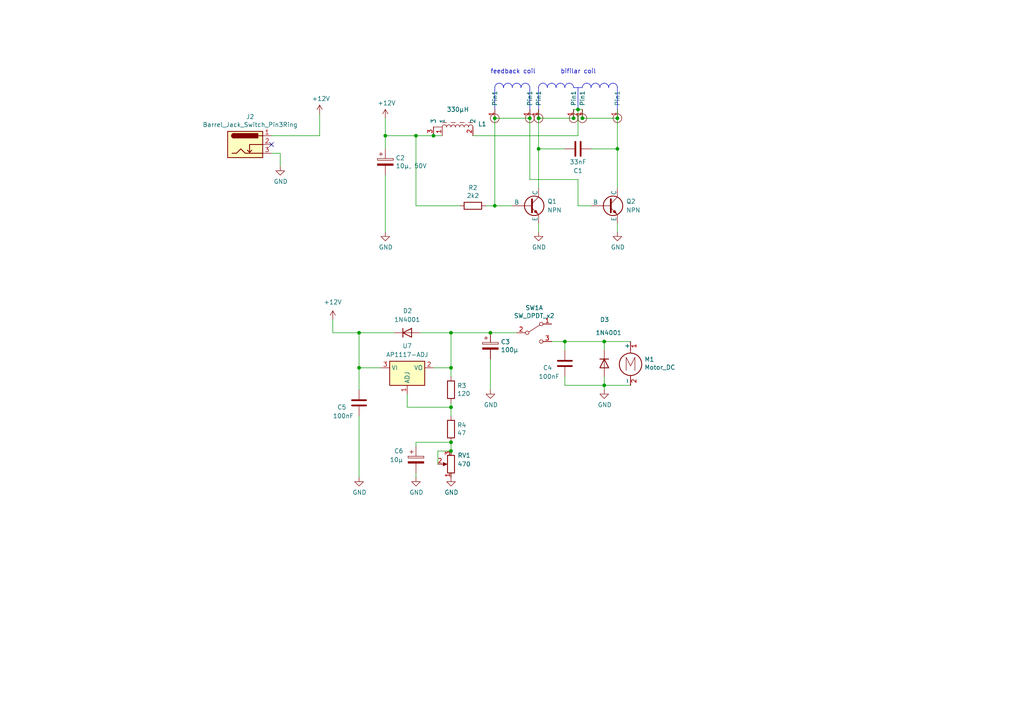
<source format=kicad_sch>
(kicad_sch (version 20230121) (generator eeschema)
  (paper "A4")
  (title_block (title "RD56m_PS_V1") (date "2024-10-16") (rev "V1") (company "Ludwin Monz") (comment 1 "you may not use the material for commercial purposes") (comment 2 "you may use non-commercially, adapt, share alike") (comment 3 "https://creativecommons.org/licenses/by-nc-sa/4.0/") (comment 4 "License: Creative Commons Attribution-Non-Commercial (CC BY-NC-SA)"))
  (lib_symbols
    (symbol "Connector:Barrel_Jack_Switch_Pin3Ring" (pin_names hide)
      (property "Reference" "J" (at 0 5.334 0))
      (property "Value" "Barrel_Jack_Switch_Pin3Ring" (at 0 -5.08 0))
      (symbol "Barrel_Jack_Switch_Pin3Ring_0_1"
        (rectangle (start -5.08 3.81) (end 5.08 -3.81) (stroke (width 0.254)) (fill (type background)))
        (arc (start -3.302 3.175) (mid -3.9343 2.54) (end -3.302 1.905) (stroke (width 0.254)))
        (arc (start -3.302 3.175) (mid -3.9343 2.54) (end -3.302 1.905) (stroke (width 0.254)) (fill (type outline)))
        (polyline (pts (xy 1.27 -2.286) (xy 1.905 -1.651)) (stroke (width 0.254)))
        (polyline (pts (xy 5.08 2.54) (xy 3.81 2.54)) (stroke (width 0.254)))
        (polyline (pts (xy 5.08 0) (xy 1.27 0) (xy 1.27 -2.286) (xy 0.635 -1.651)) (stroke (width 0.254)))
        (polyline (pts (xy -3.81 -2.54) (xy -2.54 -2.54) (xy -1.27 -1.27) (xy 0 -2.54) (xy 2.54 -2.54) (xy 5.08 -2.54)) (stroke (width 0.254)))
        (rectangle (start 3.683 3.175) (end -3.302 1.905) (stroke (width 0.254)) (fill (type outline)))
      )
      (symbol "Barrel_Jack_Switch_Pin3Ring_1_1"
        (pin passive line (at 7.62 2.54 180) (length 2.54) (name "~") (number "1"))
        (pin passive line (at 7.62 0 180) (length 2.54) (name "~") (number "2"))
        (pin passive line (at 7.62 -2.54 180) (length 2.54) (name "~") (number "3"))
      )
    )
    (symbol "Device:C" (pin_numbers hide) (pin_names (offset 0.254))
      (property "Reference" "C" (at 0.635 2.54 0))
      (property "Value" "C" (at 0.635 -2.54 0))
      (symbol "C_0_1"
        (polyline (pts (xy -2.032 -0.762) (xy 2.032 -0.762)) (stroke (width 0.508)))
        (polyline (pts (xy -2.032 0.762) (xy 2.032 0.762)) (stroke (width 0.508)))
      )
      (symbol "C_1_1"
        (pin passive line (at 0 3.81 270) (length 2.794) (name "~") (number "1"))
        (pin passive line (at 0 -3.81 90) (length 2.794) (name "~") (number "2"))
      )
    )
    (symbol "Device:R" (pin_numbers hide) (pin_names (offset 0))
      (property "Reference" "R" (at 2.032 0 90))
      (property "Value" "R" (at 0 0 90))
      (symbol "R_0_1"
        (rectangle (start -1.016 -2.54) (end 1.016 2.54) (stroke (width 0.254)))
      )
      (symbol "R_1_1"
        (pin passive line (at 0 3.81 270) (length 1.27) (name "~") (number "1"))
        (pin passive line (at 0 -3.81 90) (length 1.27) (name "~") (number "2"))
      )
    )
    (symbol "Diode:1N4001" (pin_numbers hide) (pin_names hide)
      (property "Reference" "D" (at 0 2.54 0))
      (property "Value" "1N4001" (at 0 -2.54 0))
      (symbol "1N4001_0_1"
        (polyline (pts (xy -1.27 1.27) (xy -1.27 -1.27)) (stroke (width 0.254)))
        (polyline (pts (xy 1.27 0) (xy -1.27 0)))
        (polyline (pts (xy 1.27 1.27) (xy 1.27 -1.27) (xy -1.27 0) (xy 1.27 1.27)) (stroke (width 0.254)))
      )
      (symbol "1N4001_1_1"
        (pin passive line (at -3.81 0 0) (length 2.54) (name "K") (number "1"))
        (pin passive line (at 3.81 0 180) (length 2.54) (name "A") (number "2"))
      )
    )
    (symbol "Motor:Motor_DC" (pin_names (offset 0))
      (property "Reference" "M" (at 2.54 2.54 0))
      (property "Value" "Motor_DC" (at 2.54 -5.08 0))
      (symbol "Motor_DC_0_0"
        (polyline (pts (xy -1.27 -3.302) (xy -1.27 0.508) (xy 0 -2.032) (xy 1.27 0.508) (xy 1.27 -3.302)))
      )
      (symbol "Motor_DC_0_1"
        (circle (center 0 -1.524) (radius 3.2512) (stroke (width 0.254)))
        (polyline (pts (xy 0 -7.62) (xy 0 -7.112)))
        (polyline (pts (xy 0 -4.7752) (xy 0 -5.1816)))
        (polyline (pts (xy 0 1.7272) (xy 0 2.0828)))
        (polyline (pts (xy 0 2.032) (xy 0 2.54)))
      )
      (symbol "Motor_DC_1_1"
        (pin passive line (at 0 5.08 270) (length 2.54) (name "+") (number "1"))
        (pin passive line (at 0 -7.62 90) (length 2.54) (name "-") (number "2"))
      )
    )
    (symbol "New_Library:TIP31" (pin_numbers hide) (pin_names (offset 0))
      (property "Reference" "Q" (at -2.54 7.62 0))
      (property "Value" "NPN" (at -2.54 5.08 0))
      (symbol "TIP31_0_1"
        (polyline (pts (xy -2.54 0) (xy 0.635 0)) (stroke (width 0.1524)))
        (polyline (pts (xy 0.635 0.635) (xy 2.54 2.54)))
        (polyline (pts (xy 2.794 -1.27) (xy 2.794 -1.27)) (stroke (width 0.1524)))
        (polyline (pts (xy 2.794 -1.27) (xy 2.794 -1.27)) (stroke (width 0.1524)))
        (polyline (pts (xy 0.635 -0.635) (xy 2.54 -2.54) (xy 2.54 -2.54)))
        (polyline (pts (xy 0.635 1.905) (xy 0.635 -1.905) (xy 0.635 -1.905)) (stroke (width 0.508)))
        (polyline (pts (xy 1.27 -1.778) (xy 1.778 -1.27) (xy 2.286 -2.286) (xy 1.27 -1.778) (xy 1.27 -1.778)) (fill (type outline)))
        (circle (center 1.27 0) (radius 2.8194) (stroke (width 0.254)))
      )
      (symbol "TIP31_1_1"
        (pin input line (at -5.08 0 0) (length 2.54) (name "B") (number "1"))
        (pin open_collector line (at 2.54 5.08 270) (length 2.54) (name "C") (number "2"))
        (pin open_emitter line (at 2.54 -5.08 90) (length 2.54) (name "E") (number "3"))
      )
    )
    (symbol "PS POV radio V3-rescue:+12V-power" (power) (pin_names (offset 0))
      (property "Value" "+12V-power" (at 0 3.556 0))
      (symbol "+12V-power_0_1"
        (polyline (pts (xy -0.762 1.27) (xy 0 2.54)))
        (polyline (pts (xy 0 0) (xy 0 2.54)))
        (polyline (pts (xy 0 2.54) (xy 0.762 1.27)))
      )
      (symbol "+12V-power_1_1"
        (pin power_in line (at 0 0 90) (length 0) hide (name "+12V") (number "1"))
      )
    )
    (symbol "PS POV radio V3-rescue:GND-power" (power) (pin_names (offset 0))
      (property "Value" "GND-power" (at 0 -3.81 0))
      (symbol "GND-power_0_1"
        (polyline (pts (xy 0 0) (xy 0 -1.27) (xy 1.27 -1.27) (xy 0 -2.54) (xy -1.27 -1.27) (xy 0 -1.27)))
      )
      (symbol "GND-power_1_1"
        (pin power_in line (at 0 0 270) (length 0) hide (name "GND") (number "1"))
      )
    )
    (symbol "RD40_PS_V1-rescue:CP-Device" (pin_numbers hide) (pin_names (offset 0.254))
      (property "Reference" "C" (at 0.635 2.54 0))
      (property "Value" "Device_CP" (at 0.635 -2.54 0))
      (symbol "CP-Device_0_1"
        (rectangle (start -2.286 0.508) (end 2.286 1.016))
        (polyline (pts (xy -1.778 2.286) (xy -0.762 2.286)))
        (polyline (pts (xy -1.27 2.794) (xy -1.27 1.778)))
        (rectangle (start 2.286 -0.508) (end -2.286 -1.016) (fill (type outline)))
      )
      (symbol "CP-Device_1_1"
        (pin passive line (at 0 3.81 270) (length 2.794) (name "~") (number "1"))
        (pin passive line (at 0 -3.81 90) (length 2.794) (name "~") (number "2"))
      )
    )
    (symbol "RD40_PS_V1-rescue:R_POT-Device" (pin_names (offset 1.016) hide)
      (property "Reference" "RV" (at -4.445 0 90))
      (property "Value" "Device_R_POT" (at -2.54 0 90))
      (symbol "R_POT-Device_0_1"
        (polyline (pts (xy 2.54 0) (xy 1.524 0)))
        (polyline (pts (xy 1.143 0) (xy 2.286 0.508) (xy 2.286 -0.508) (xy 1.143 0)) (fill (type outline)))
        (rectangle (start 1.016 2.54) (end -1.016 -2.54) (stroke (width 0.254)))
      )
      (symbol "R_POT-Device_1_1"
        (pin passive line (at 0 3.81 270) (length 1.27) (name "1") (number "1"))
        (pin passive line (at 3.81 0 180) (length 1.27) (name "2") (number "2"))
        (pin passive line (at 0 -3.81 90) (length 1.27) (name "3") (number "3"))
      )
    )
    (symbol "RD56c_PS_V1-rescue:CP-Device" (pin_numbers hide) (pin_names (offset 0.254))
      (property "Reference" "C" (at 0.635 2.54 0))
      (property "Value" "Device_CP" (at 0.635 -2.54 0))
      (symbol "CP-Device_0_1"
        (rectangle (start -2.286 0.508) (end 2.286 1.016))
        (polyline (pts (xy -1.778 2.286) (xy -0.762 2.286)))
        (polyline (pts (xy -1.27 2.794) (xy -1.27 1.778)))
        (rectangle (start 2.286 -0.508) (end -2.286 -1.016) (fill (type outline)))
      )
      (symbol "CP-Device_1_1"
        (pin passive line (at 0 3.81 270) (length 2.794) (name "~") (number "1"))
        (pin passive line (at 0 -3.81 90) (length 2.794) (name "~") (number "2"))
      )
    )
    (symbol "Regulator_Linear:AP1117-ADJ"
      (property "Reference" "U" (at -3.81 3.175 0))
      (property "Value" "AP1117-ADJ" (at 0 3.175 0))
      (symbol "AP1117-ADJ_0_1"
        (rectangle (start -5.08 -5.08) (end 5.08 1.905) (stroke (width 0.254)) (fill (type background)))
      )
      (symbol "AP1117-ADJ_1_1"
        (pin input line (at 0 -7.62 90) (length 2.54) (name "ADJ") (number "1"))
        (pin power_out line (at 7.62 0 180) (length 2.54) (name "VO") (number "2"))
        (pin power_in line (at -7.62 0 0) (length 2.54) (name "VI") (number "3"))
      )
    )
    (symbol "Switch:SW_DPDT_x2" (pin_names (offset 0) hide)
      (property "Reference" "SW" (at 0 4.318 0))
      (property "Value" "SW_DPDT_x2" (at 0 -5.08 0))
      (symbol "SW_DPDT_x2_0_0"
        (circle (center -2.032 0) (radius 0.508))
        (circle (center 2.032 -2.54) (radius 0.508))
      )
      (symbol "SW_DPDT_x2_0_1"
        (polyline (pts (xy -1.524 0.254) (xy 1.651 2.286)))
        (circle (center 2.032 2.54) (radius 0.508))
      )
      (symbol "SW_DPDT_x2_1_1"
        (pin passive line (at 5.08 2.54 180) (length 2.54) (name "A") (number "1"))
        (pin passive line (at -5.08 0 0) (length 2.54) (name "B") (number "2"))
        (pin passive line (at 5.08 -2.54 180) (length 2.54) (name "C") (number "3"))
      )
      (symbol "SW_DPDT_x2_2_1"
        (pin passive line (at 5.08 2.54 180) (length 2.54) (name "A") (number "4"))
        (pin passive line (at -5.08 0 0) (length 2.54) (name "B") (number "5"))
        (pin passive line (at 5.08 -2.54 180) (length 2.54) (name "C") (number "6"))
      )
    )
    (symbol "my_symbols:Pin-Connector" (pin_names (offset 1.016))
      (property "Value" "Pin-Connector" (at 0 0 0))
      (symbol "Pin-Connector_0_1"
        (circle (center 0 -2.54) (radius 1.27))
      )
      (symbol "Pin-Connector_1_1"
        (pin input line (at 0 -2.54 0) (length 2.54) (name "Pin1") (number "1"))
      )
    )
    (symbol "my_symbols:coil_2size" (pin_names (offset 1.016))
      (property "Reference" "L" (at 7.62 3.81 0))
      (property "Value" "coil_2size" (at 0 3.81 0))
      (symbol "coil_2size_0_1"
        (arc (start -1.27 0) (mid -1.905 0.6323) (end -2.54 0))
        (arc (start -1.27 0) (mid -1.27 0) (end -1.27 0))
        (arc (start 0 0) (mid -0.635 0.6323) (end -1.27 0))
        (polyline (pts (xy -5.08 0) (xy -3.81 0)))
        (polyline (pts (xy -3.81 0) (xy -2.54 0)))
        (polyline (pts (xy -2.54 1.27) (xy -1.27 1.27)))
        (polyline (pts (xy 0 1.27) (xy 1.27 1.27)))
        (polyline (pts (xy 2.54 1.27) (xy 3.81 1.27)))
        (polyline (pts (xy 5.08 1.27) (xy 6.35 1.27)))
        (arc (start 1.27 0) (mid 0.635 0.6323) (end 0 0))
        (arc (start 2.54 0) (mid 1.905 0.6323) (end 1.27 0))
        (arc (start 3.81 0) (mid 3.175 0.6323) (end 2.54 0))
        (arc (start 5.08 0) (mid 4.445 0.6323) (end 3.81 0))
        (arc (start 6.35 0) (mid 5.715 0.6323) (end 5.08 0))
      )
      (symbol "coil_2size_1_1"
        (pin input line (at -2.54 -2.54 90) (length 2.54) (name "1") (number "1"))
        (pin input line (at 6.35 -2.54 90) (length 2.54) (name "2") (number "2"))
        (pin input line (at -5.08 -2.54 90) (length 2.54) (name "3") (number "3"))
      )
    )
    (symbol "power:+12V" (power) (pin_names (offset 0))
      (property "Value" "+12V" (at 0 3.556 0))
      (symbol "+12V_0_1"
        (polyline (pts (xy -0.762 1.27) (xy 0 2.54)))
        (polyline (pts (xy 0 0) (xy 0 2.54)))
        (polyline (pts (xy 0 2.54) (xy 0.762 1.27)))
      )
      (symbol "+12V_1_1"
        (pin power_in line (at 0 0 90) (length 0) hide (name "+12V") (number "1"))
      )
    )
    (symbol "power:GND" (power) (pin_names (offset 0))
      (property "Value" "GND" (at 0 -3.81 0))
      (symbol "GND_0_1"
        (polyline (pts (xy 0 0) (xy 0 -1.27) (xy 1.27 -1.27) (xy 0 -2.54) (xy -1.27 -1.27) (xy 0 -1.27)))
      )
      (symbol "GND_1_1"
        (pin power_in line (at 0 0 270) (length 0) hide (name "GND") (number "1"))
      )
    )
  )
  (junction (at 179.07 43.18))
  (junction (at 130.81 118.11))
  (junction (at 143.51 34.29))
  (junction (at 163.83 99.06))
  (junction (at 130.81 128.27))
  (junction (at 130.81 96.52))
  (junction (at 142.24 96.52))
  (junction (at 125.73 39.37))
  (junction (at 104.14 106.68))
  (junction (at 175.26 111.76))
  (junction (at 156.21 43.18))
  (junction (at 175.26 99.06))
  (junction (at 104.14 96.52))
  (junction (at 179.07 34.29))
  (junction (at 120.65 39.37))
  (junction (at 111.76 39.37))
  (junction (at 143.51 59.69))
  (junction (at 130.81 130.81))
  (junction (at 153.67 34.29))
  (junction (at 156.21 34.29))
  (junction (at 166.37 34.29))
  (junction (at 130.81 106.68))
  (junction (at 167.64 31.75))
  (junction (at 168.91 34.29))
  (no_connect (at 78.74 41.91))
  (wire (pts (xy 166.37 34.29) (xy 166.37 31.75)))
  (wire (pts (xy 92.71 39.37) (xy 92.71 33.02)))
  (wire (pts (xy 160.02 99.06) (xy 163.83 99.06)))
  (wire (pts (xy 78.74 39.37) (xy 92.71 39.37)))
  (wire (pts (xy 153.67 34.29) (xy 153.67 52.07)))
  (wire (pts (xy 167.64 31.75) (xy 168.91 31.75)))
  (wire (pts (xy 166.37 34.29) (xy 156.21 34.29)))
  (wire (pts (xy 96.52 92.71) (xy 96.52 96.52)))
  (wire (pts (xy 156.21 34.29) (xy 156.21 43.18)))
  (wire (pts (xy 175.26 99.06) (xy 182.88 99.06)))
  (wire (pts (xy 125.73 39.37) (xy 128.27 39.37)))
  (wire (pts (xy 142.24 113.03) (xy 142.24 104.14)))
  (wire (pts (xy 118.11 114.3) (xy 118.11 118.11)))
  (wire (pts (xy 153.67 34.29) (xy 143.51 34.29)))
  (wire (pts (xy 179.07 34.29) (xy 168.91 34.29)))
  (wire (pts (xy 163.83 101.6) (xy 163.83 99.06)))
  (wire (pts (xy 175.26 111.76) (xy 175.26 113.03)))
  (wire (pts (xy 163.83 99.06) (xy 175.26 99.06)))
  (wire (pts (xy 104.14 120.65) (xy 104.14 138.43)))
  (wire (pts (xy 127 134.62) (xy 127 130.81)))
  (wire (pts (xy 143.51 34.29) (xy 143.51 59.69)))
  (wire (pts (xy 130.81 130.81) (xy 130.81 128.27)))
  (wire (pts (xy 179.07 31.75) (xy 179.07 34.29)))
  (wire (pts (xy 125.73 39.37) (xy 120.65 39.37)))
  (wire (pts (xy 179.07 67.31) (xy 179.07 64.77)))
  (wire (pts (xy 121.92 96.52) (xy 130.81 96.52)))
  (wire (pts (xy 167.64 52.07) (xy 167.64 59.69)))
  (wire (pts (xy 153.67 52.07) (xy 167.64 52.07)))
  (wire (pts (xy 130.81 106.68) (xy 130.81 96.52)))
  (wire (pts (xy 120.65 59.69) (xy 120.65 39.37)))
  (wire (pts (xy 156.21 31.75) (xy 156.21 34.29)))
  (wire (pts (xy 153.67 31.75) (xy 153.67 34.29)))
  (wire (pts (xy 125.73 106.68) (xy 130.81 106.68)))
  (wire (pts (xy 166.37 31.75) (xy 167.64 31.75)))
  (wire (pts (xy 167.64 59.69) (xy 171.45 59.69)))
  (wire (pts (xy 163.83 43.18) (xy 156.21 43.18)))
  (wire (pts (xy 104.14 106.68) (xy 104.14 113.03)))
  (wire (pts (xy 130.81 120.65) (xy 130.81 118.11)))
  (wire (pts (xy 111.76 34.29) (xy 111.76 39.37)))
  (wire (pts (xy 156.21 67.31) (xy 156.21 64.77)))
  (wire (pts (xy 120.65 138.43) (xy 120.65 137.16)))
  (wire (pts (xy 167.64 39.37) (xy 137.16 39.37)))
  (wire (pts (xy 127 130.81) (xy 130.81 130.81)))
  (wire (pts (xy 156.21 43.18) (xy 156.21 54.61)))
  (wire (pts (xy 163.83 109.22) (xy 163.83 111.76)))
  (wire (pts (xy 130.81 118.11) (xy 130.81 116.84)))
  (wire (pts (xy 133.35 59.69) (xy 120.65 59.69)))
  (wire (pts (xy 143.51 31.75) (xy 143.51 34.29)))
  (wire (pts (xy 120.65 39.37) (xy 111.76 39.37)))
  (wire (pts (xy 171.45 43.18) (xy 179.07 43.18)))
  (wire (pts (xy 167.64 31.75) (xy 167.64 39.37)))
  (wire (pts (xy 179.07 34.29) (xy 179.07 43.18)))
  (wire (pts (xy 175.26 101.6) (xy 175.26 99.06)))
  (wire (pts (xy 163.83 111.76) (xy 175.26 111.76)))
  (wire (pts (xy 114.3 96.52) (xy 104.14 96.52)))
  (wire (pts (xy 111.76 39.37) (xy 111.76 43.18)))
  (wire (pts (xy 96.52 96.52) (xy 104.14 96.52)))
  (wire (pts (xy 130.81 96.52) (xy 142.24 96.52)))
  (wire (pts (xy 143.51 59.69) (xy 148.59 59.69)))
  (wire (pts (xy 111.76 50.8) (xy 111.76 67.31)))
  (wire (pts (xy 104.14 106.68) (xy 110.49 106.68)))
  (wire (pts (xy 120.65 129.54) (xy 120.65 128.27)))
  (wire (pts (xy 78.74 44.45) (xy 81.28 44.45)))
  (wire (pts (xy 143.51 59.69) (xy 140.97 59.69)))
  (wire (pts (xy 175.26 109.22) (xy 175.26 111.76)))
  (wire (pts (xy 175.26 111.76) (xy 182.88 111.76)))
  (wire (pts (xy 168.91 34.29) (xy 168.91 31.75)))
  (wire (pts (xy 104.14 96.52) (xy 104.14 106.68)))
  (wire (pts (xy 120.65 128.27) (xy 130.81 128.27)))
  (wire (pts (xy 118.11 118.11) (xy 130.81 118.11)))
  (wire (pts (xy 130.81 109.22) (xy 130.81 106.68)))
  (wire (pts (xy 81.28 44.45) (xy 81.28 48.26)))
  (wire (pts (xy 142.24 96.52) (xy 149.86 96.52)))
  (wire (pts (xy 179.07 43.18) (xy 179.07 54.61)))
  (rectangle (start 167.64 25.4) (end 167.64 31.75))
  (arc (start 177.8 24.13) (mid 178.698 24.502) (end 179.07 25.4))
  (arc (start 165.1 24.13) (mid 165.998 24.502) (end 166.37 25.4))
  (arc (start 149.86 24.13) (mid 150.758 24.502) (end 151.13 25.4))
  (arc (start 151.13 25.4) (mid 151.502 24.502) (end 152.4 24.13))
  (arc (start 162.56 24.13) (mid 163.458 24.502) (end 163.83 25.4))
  (arc (start 156.21 25.4) (mid 156.582 24.502) (end 157.48 24.13))
  (arc (start 146.05 25.4) (mid 146.422 24.502) (end 147.32 24.13))
  (arc (start 157.48 24.13) (mid 158.378 24.502) (end 158.75 25.4))
  (arc (start 143.51 25.4) (mid 143.882 24.502) (end 144.78 24.13))
  (arc (start 173.99 25.4) (mid 174.362 24.502) (end 175.26 24.13))
  (arc (start 163.83 25.4) (mid 164.202 24.502) (end 165.1 24.13))
  (arc (start 176.53 25.4) (mid 176.902 24.502) (end 177.8 24.13))
  (arc (start 148.59 25.4) (mid 148.962 24.502) (end 149.86 24.13))
  (arc (start 144.78 24.13) (mid 145.678 24.502) (end 146.05 25.4))
  (arc (start 168.91 25.4) (mid 169.282 24.502) (end 170.18 24.13))
  (arc (start 171.45 25.4) (mid 171.822 24.502) (end 172.72 24.13))
  (rectangle (start 153.67 25.4) (end 153.67 31.75))
  (arc (start 175.26 24.13) (mid 176.158 24.502) (end 176.53 25.4))
  (rectangle (start 179.07 25.4) (end 179.07 31.75))
  (arc (start 160.02 24.13) (mid 160.918 24.502) (end 161.29 25.4))
  (arc (start 161.29 25.4) (mid 161.662 24.502) (end 162.56 24.13))
  (arc (start 152.4 24.13) (mid 153.298 24.502) (end 153.67 25.4))
  (rectangle (start 143.51 25.4) (end 143.51 31.75))
  (arc (start 147.32 24.13) (mid 148.218 24.502) (end 148.59 25.4))
  (arc (start 170.18 24.13) (mid 171.078 24.502) (end 171.45 25.4))
  (rectangle (start 166.37 25.4) (end 168.91 25.4))
  (rectangle (start 156.21 25.4) (end 156.21 31.75))
  (arc (start 158.75 25.4) (mid 159.122 24.502) (end 160.02 24.13))
  (arc (start 172.72 24.13) (mid 173.618 24.502) (end 173.99 25.4))
  (text "feedback coil" (at 142.24 21.59 0) (effects (font (size 1.27 1.27)) (justify left bottom)))
  (text "bifilar coil" (at 162.56 21.59 0) (effects (font (size 1.27 1.27)) (justify left bottom)))
  (symbol (lib_id "RD56c_PS_V1-rescue:CP-Device") (at 111.76 46.99 0) (unit 1)
    (property "Reference" "C2" (at 114.7572 45.8216 0) (effects (justify left)))
    (property "Value" "10µ, 50V" (at 114.7572 48.133 0) (effects (justify left)))
    (property "Footprint" "Capacitor_THT:CP_Radial_D4.0mm_P1.50mm" (effects hide))
    (property "LCSC" "C13585" (effects hide))
  )
  (symbol (lib_id "power:+12V") (at 111.76 34.29 0) (unit 1)
    (property "Reference" "#PWR01" (effects hide))
    (property "Value" "+12V" (at 112.141 29.8958 0))
  )
  (symbol (lib_id "my_symbols:coil_2size") (at 130.81 36.83 0) (unit 1)
    (property "Reference" "L1" (at 138.6332 35.9664 0) (effects (justify left)))
    (property "Value" "330µH" (at 129.54 31.75 0) (effects (justify left)))
    (property "Footprint" "my_footprints:L_vertical12" (effects hide))
  )
  (symbol (lib_id "Device:C") (at 167.64 43.18 270) (unit 1)
    (property "Reference" "C1" (at 167.64 49.53 90))
    (property "Value" "33nF" (at 167.64 46.99 90))
    (property "Footprint" "my_footprints:MKP10_630V" (effects hide))
  )
  (symbol (lib_id "power:GND") (at 111.76 67.31 0) (unit 1)
    (property "Reference" "#PWR02" (effects hide))
    (property "Value" "GND" (at 111.887 71.7042 0))
  )
  (symbol (lib_id "power:GND") (at 156.21 67.31 0) (unit 1)
    (property "Reference" "#PWR03" (effects hide))
    (property "Value" "GND" (at 156.337 71.7042 0))
  )
  (symbol (lib_id "power:GND") (at 179.07 67.31 0) (unit 1)
    (property "Reference" "#PWR04" (effects hide))
    (property "Value" "GND" (at 179.197 71.7042 0))
  )
  (symbol (lib_id "my_symbols:Pin-Connector") (at 140.97 34.29 90) (unit 1)
    (property "Reference" "U1" (effects hide))
    (property "Value" "Pin-Connector" (effects hide))
    (property "Footprint" "my_footprints:Pin_2mm" (effects hide))
  )
  (symbol (lib_id "my_symbols:Pin-Connector") (at 151.13 34.29 90) (unit 1)
    (property "Reference" "U2" (effects hide))
    (property "Value" "Pin-Connector" (effects hide))
    (property "Footprint" "my_footprints:Pin_2mm" (effects hide))
  )
  (symbol (lib_id "my_symbols:Pin-Connector") (at 153.67 34.29 90) (unit 1)
    (property "Reference" "U3" (effects hide))
    (property "Value" "Pin-Connector" (effects hide))
    (property "Footprint" "my_footprints:Pin_2mm" (effects hide))
  )
  (symbol (lib_id "my_symbols:Pin-Connector") (at 163.83 34.29 90) (unit 1)
    (property "Reference" "U4" (effects hide))
    (property "Value" "Pin-Connector" (effects hide))
    (property "Footprint" "my_footprints:Pin_2mm" (effects hide))
  )
  (symbol (lib_id "my_symbols:Pin-Connector") (at 166.37 34.29 90) (unit 1)
    (property "Reference" "U5" (effects hide))
    (property "Value" "Pin-Connector" (effects hide))
    (property "Footprint" "my_footprints:Pin_2mm" (effects hide))
  )
  (symbol (lib_id "my_symbols:Pin-Connector") (at 176.53 34.29 90) (unit 1)
    (property "Reference" "U6" (effects hide))
    (property "Value" "Pin-Connector" (effects hide))
    (property "Footprint" "my_footprints:Pin_2mm" (effects hide))
  )
  (symbol (lib_id "Regulator_Linear:AP1117-ADJ") (at 118.11 106.68 0) (unit 1)
    (property "Reference" "U7" (at 118.11 100.33 0))
    (property "Value" "AP1117-ADJ" (at 118.11 102.87 0))
    (property "Footprint" "Package_TO_SOT_SMD:SOT-223-3_TabPin2" (effects hide))
    (property "Datasheet" "http://www.diodes.com/datasheets/AP1117.pdf" (effects hide))
  )
  (symbol (lib_id "Diode:1N4001") (at 118.11 96.52 0) (unit 1)
    (property "Reference" "D2" (at 116.84 90.17 0) (effects (justify left)))
    (property "Value" "1N4001" (at 114.3 92.71 0) (effects (justify left)))
    (property "Footprint" "Diode_THT:D_DO-41_SOD81_P10.16mm_Horizontal" (effects hide))
    (property "Datasheet" "http://www.vishay.com/docs/88503/1n4001.pdf" (effects hide))
  )
  (symbol (lib_id "Device:R") (at 137.16 59.69 270) (unit 1)
    (property "Reference" "R2" (at 137.16 54.4322 90))
    (property "Value" "2k2" (at 137.16 56.7436 90))
    (property "Footprint" "Resistor_THT:R_Axial_DIN0207_L6.3mm_D2.5mm_P10.16mm_Horizontal" (effects hide))
  )
  (symbol (lib_id "RD40_PS_V1-rescue:R_POT-Device") (at 130.81 134.62 180) (unit 1)
    (property "Reference" "RV1" (at 134.62 132.08 0))
    (property "Value" "470" (at 134.62 134.62 0))
    (property "Footprint" "my_footprints:Poti_10mm" (effects hide))
  )
  (symbol (lib_id "power:+12V") (at 96.52 92.71 0) (unit 1)
    (property "Reference" "#PWR011" (effects hide))
    (property "Value" "+12V" (at 96.52 87.63 0))
  )
  (symbol (lib_id "power:GND") (at 130.81 138.43 0) (unit 1)
    (property "Reference" "#PWR09" (effects hide))
    (property "Value" "GND" (at 130.937 142.8242 0))
  )
  (symbol (lib_id "Switch:SW_DPDT_x2") (at 154.94 96.52 0) (unit 1)
    (property "Reference" "SW1" (at 154.94 89.281 0))
    (property "Value" "SW_DPDT_x2" (at 154.94 91.5924 0))
    (property "Footprint" "my_footprints:Switch1" (effects hide))
  )
  (symbol (lib_id "Device:C") (at 163.83 105.41 0) (unit 1)
    (property "Reference" "C4" (at 157.48 106.68 0) (effects (justify left)))
    (property "Value" "100nF" (at 156.21 109.22 0) (effects (justify left)))
    (property "Footprint" "Capacitor_THT:C_Rect_L7.0mm_W2.0mm_P5.00mm" (effects hide))
  )
  (symbol (lib_id "Device:R") (at 130.81 113.03 0) (unit 1)
    (property "Reference" "R3" (at 132.588 111.8616 0) (effects (justify left)))
    (property "Value" "120" (at 132.588 114.173 0) (effects (justify left)))
    (property "Footprint" "Resistor_THT:R_Axial_DIN0207_L6.3mm_D2.5mm_P10.16mm_Horizontal" (effects hide))
  )
  (symbol (lib_id "power:GND") (at 104.14 138.43 0) (unit 1)
    (property "Reference" "#PWR07" (effects hide))
    (property "Value" "GND" (at 104.267 142.8242 0))
  )
  (symbol (lib_id "Diode:1N4001") (at 175.26 105.41 270) (unit 1)
    (property "Reference" "D3" (at 173.99 92.71 90) (effects (justify left)))
    (property "Value" "1N4001" (at 172.72 96.52 90) (effects (justify left)))
    (property "Footprint" "Diode_THT:D_DO-41_SOD81_P10.16mm_Horizontal" (effects hide))
    (property "Datasheet" "http://www.vishay.com/docs/88503/1n4001.pdf" (effects hide))
  )
  (symbol (lib_id "power:GND") (at 175.26 113.03 0) (unit 1)
    (property "Reference" "#PWR06" (effects hide))
    (property "Value" "GND" (at 175.387 117.4242 0))
  )
  (symbol (lib_id "PS POV radio V3-rescue:GND-power") (at 81.28 48.26 0) (unit 1)
    (property "Reference" "#PWR012" (effects hide))
    (property "Value" "GND" (at 81.407 52.6542 0))
  )
  (symbol (lib_id "Connector:Barrel_Jack_Switch_Pin3Ring") (at 71.12 41.91 0) (unit 1)
    (property "Reference" "J2" (at 72.5678 33.8582 0))
    (property "Value" "Barrel_Jack_Switch_Pin3Ring" (at 72.5678 36.1696 0))
    (property "Footprint" "my_footprints:GRAVITECH_CON-SOCJ-2155" (effects hide))
  )
  (symbol (lib_id "Motor:Motor_DC") (at 182.88 104.14 0) (unit 1)
    (property "Reference" "M1" (at 186.8932 104.2416 0) (effects (justify left)))
    (property "Value" "Motor_DC" (at 186.8932 106.553 0) (effects (justify left)))
    (property "Footprint" "my_footprints:motor_tray" (effects hide))
  )
  (symbol (lib_id "RD40_PS_V1-rescue:CP-Device") (at 142.24 100.33 0) (unit 1)
    (property "Reference" "C3" (at 145.2372 99.1616 0) (effects (justify left)))
    (property "Value" "100µ" (at 145.2372 101.473 0) (effects (justify left)))
    (property "Footprint" "Capacitor_THT:CP_Radial_D6.3mm_P2.50mm" (effects hide))
  )
  (symbol (lib_id "PS POV radio V3-rescue:+12V-power") (at 92.71 33.02 0) (unit 1)
    (property "Reference" "#PWR010" (effects hide))
    (property "Value" "+12V" (at 93.091 28.6258 0))
  )
  (symbol (lib_id "New_Library:TIP31") (at 153.67 59.69 0) (unit 1)
    (property "Reference" "Q1" (at 158.75 58.42 0) (effects (justify left)))
    (property "Value" "NPN" (at 158.75 60.96 0) (effects (justify left)))
    (property "Footprint" "my_footprints:TO220_vertikal" (effects hide))
    (property "Sim.Device" "NPN" (effects hide))
    (property "Sim.Type" "TIP31" (effects hide))
    (property "Sim.Pins" "1=B 2=C 3=E" (effects hide))
  )
  (symbol (lib_id "RD40_PS_V1-rescue:CP-Device") (at 120.65 133.35 0) (unit 1)
    (property "Reference" "C6" (at 114.3 130.81 0) (effects (justify left)))
    (property "Value" "10µ" (at 113.03 133.35 0) (effects (justify left)))
    (property "Footprint" "Capacitor_THT:CP_Radial_D4.0mm_P1.50mm" (effects hide))
  )
  (symbol (lib_id "Device:C") (at 104.14 116.84 0) (unit 1)
    (property "Reference" "C5" (at 97.79 118.11 0) (effects (justify left)))
    (property "Value" "100nF" (at 96.52 120.65 0) (effects (justify left)))
    (property "Footprint" "Capacitor_THT:C_Rect_L7.0mm_W2.0mm_P5.00mm" (effects hide))
  )
  (symbol (lib_id "power:GND") (at 142.24 113.03 0) (unit 1)
    (property "Reference" "#PWR05" (effects hide))
    (property "Value" "GND" (at 142.367 117.4242 0))
  )
  (symbol (lib_id "power:GND") (at 120.65 138.43 0) (unit 1)
    (property "Reference" "#PWR08" (effects hide))
    (property "Value" "GND" (at 120.777 142.8242 0))
  )
  (symbol (lib_id "Device:R") (at 130.81 124.46 0) (unit 1)
    (property "Reference" "R4" (at 132.588 123.2916 0) (effects (justify left)))
    (property "Value" "47" (at 132.588 125.603 0) (effects (justify left)))
    (property "Footprint" "Resistor_THT:R_Axial_DIN0207_L6.3mm_D2.5mm_P10.16mm_Horizontal" (effects hide))
  )
  (symbol (lib_id "New_Library:TIP31") (at 176.53 59.69 0) (unit 1)
    (property "Reference" "Q2" (at 181.61 58.42 0) (effects (justify left)))
    (property "Value" "NPN" (at 181.61 60.96 0) (effects (justify left)))
    (property "Footprint" "my_footprints:TO220_vertikal" (effects hide))
    (property "Sim.Device" "NPN" (effects hide))
    (property "Sim.Type" "TIP31" (effects hide))
    (property "Sim.Pins" "1=B 2=C 3=E" (effects hide))
  )
)
</source>
